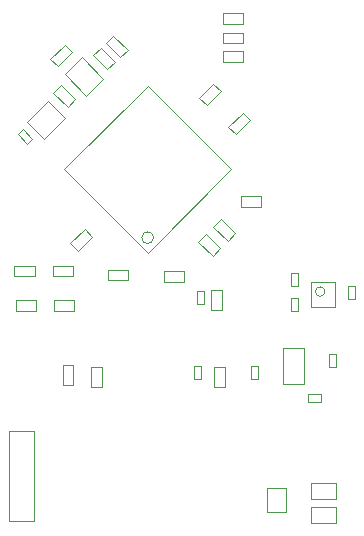
<source format=gbr>
%TF.GenerationSoftware,Altium Limited,Altium Designer,19.1.5 (86)*%
G04 Layer_Color=8388736*
%FSLAX26Y26*%
%MOIN*%
%TF.FileFunction,Other,Assembly_Top*%
%TF.Part,Single*%
G01*
G75*
%TA.AperFunction,NonConductor*%
%ADD47C,0.003937*%
D47*
X2369520Y1284121D02*
G03*
X2369520Y1284121I-19685J0D01*
G01*
X2940591Y1104843D02*
G03*
X2940591Y1104843I-15748J0D01*
G01*
X2349835Y1790788D02*
X2628224Y1512399D01*
X2071447D02*
X2349835Y1234011D01*
X2071447Y1512399D02*
X2349835Y1790788D01*
Y1234011D02*
X2628224Y1512399D01*
X2004780Y1613803D02*
X2074377Y1683400D01*
X1949102Y1669481D02*
X2018699Y1739078D01*
X2074377Y1683400D01*
X1949102Y1669481D02*
X2004780Y1613803D01*
X2072911Y1828400D02*
X2129981Y1885470D01*
X2143900Y1757411D02*
X2200970Y1814481D01*
X2129981Y1885470D02*
X2200970Y1814481D01*
X2072911Y1828400D02*
X2143900Y1757411D01*
X2893347Y1053661D02*
Y1136339D01*
X2976024Y1053661D02*
Y1136339D01*
X2893347D02*
X2976024D01*
X2893347Y1053661D02*
X2976024D01*
X2801732Y794961D02*
X2870630D01*
X2801732Y915039D02*
X2870630D01*
Y794961D02*
Y915039D01*
X2801732Y794961D02*
Y915039D01*
X1888661Y340394D02*
Y639606D01*
X1971339Y340394D02*
Y639606D01*
X1888661Y340394D02*
X1971339D01*
X1888661Y639606D02*
X1971339D01*
X2666890Y1869554D02*
Y1904988D01*
X2599960Y1869554D02*
Y1904988D01*
Y1869554D02*
X2666890D01*
X2599960Y1904988D02*
X2666890D01*
X2572283Y853465D02*
X2607716D01*
X2572283Y786535D02*
X2607716D01*
Y853465D01*
X2572283Y786535D02*
Y853465D01*
X2662417Y1387283D02*
Y1422716D01*
X2729347Y1387283D02*
Y1422716D01*
X2662417D02*
X2729347D01*
X2662417Y1387283D02*
X2729347D01*
X2284802Y1142284D02*
Y1177717D01*
X2217872Y1142284D02*
Y1177717D01*
Y1142284D02*
X2284802D01*
X2217872Y1177717D02*
X2284802D01*
X2405455Y1137283D02*
Y1172716D01*
X2472384Y1137283D02*
Y1172716D01*
X2405455D02*
X2472384D01*
X2405455Y1137283D02*
X2472384D01*
X2162284Y786535D02*
X2197717D01*
X2162284Y853465D02*
X2197717D01*
X2162284Y786535D02*
Y853465D01*
X2197717Y786535D02*
Y853465D01*
X2067284Y791535D02*
X2102717D01*
X2067284Y858465D02*
X2102717D01*
X2067284Y791535D02*
Y858465D01*
X2102717Y791535D02*
Y858465D01*
X2518809Y1271136D02*
X2543864Y1296190D01*
X2566135Y1223809D02*
X2591191Y1248864D01*
X2543864Y1296190D02*
X2591191Y1248864D01*
X2518809Y1271136D02*
X2566135Y1223809D01*
X2562283Y1109685D02*
X2597716D01*
X2562283Y1042756D02*
X2597716D01*
Y1109685D01*
X2562283Y1042756D02*
Y1109685D01*
X1906024Y1155630D02*
Y1191063D01*
X1972953Y1155630D02*
Y1191063D01*
X1906024D02*
X1972953D01*
X1906024Y1155630D02*
X1972953D01*
X1911535Y1040630D02*
Y1076063D01*
X1978465Y1040630D02*
Y1076063D01*
X1911535D02*
X1978465D01*
X1911535Y1040630D02*
X1978465D01*
X2599960Y1997283D02*
Y2032716D01*
X2666890Y1997283D02*
Y2032716D01*
X2599960D02*
X2666890D01*
X2599960Y1997283D02*
X2666890D01*
X2599960Y1932283D02*
Y1967716D01*
X2666890Y1932283D02*
Y1967716D01*
X2599960D02*
X2666890D01*
X2599960Y1932283D02*
X2666890D01*
X2811102Y369055D02*
Y450945D01*
X2748898Y369055D02*
Y450945D01*
X2811102D01*
X2748898Y369055D02*
X2811102D01*
X2033504Y1155630D02*
X2100433D01*
X2033504Y1191063D02*
X2100433D01*
Y1155630D02*
Y1191063D01*
X2033504Y1155630D02*
Y1191063D01*
X2038504Y1040630D02*
X2105433D01*
X2038504Y1076063D02*
X2105433D01*
Y1040630D02*
Y1076063D01*
X2038504Y1040630D02*
Y1076063D01*
X1948900Y1597778D02*
X1965604Y1614481D01*
X1918278Y1628400D02*
X1934981Y1645104D01*
X1918278Y1628400D02*
X1948900Y1597778D01*
X1934981Y1645104D02*
X1965604Y1614481D01*
X2827874Y1166653D02*
X2851496D01*
X2827874Y1123346D02*
X2851496D01*
Y1166653D01*
X2827874Y1123346D02*
Y1166653D01*
Y1038347D02*
X2851496D01*
X2827874Y1081654D02*
X2851496D01*
X2827874Y1038347D02*
Y1081654D01*
X2851496Y1038347D02*
Y1081654D01*
X2926653Y738189D02*
Y761811D01*
X2883346Y738189D02*
Y761811D01*
Y738189D02*
X2926653D01*
X2883346Y761811D02*
X2926653D01*
X3017874Y1078347D02*
X3041496D01*
X3017874Y1121654D02*
X3041496D01*
X3017874Y1078347D02*
Y1121654D01*
X3041496Y1078347D02*
Y1121654D01*
X2953189Y853346D02*
X2976811D01*
X2953189Y896654D02*
X2976811D01*
X2953189Y853346D02*
Y896654D01*
X2976811Y853346D02*
Y896654D01*
X2693543Y856654D02*
X2717165D01*
X2693543Y813346D02*
X2717165D01*
Y856654D01*
X2693543Y813346D02*
Y856654D01*
X2893661Y385591D02*
X2976339D01*
X2893661Y334409D02*
X2976339D01*
X2893661D02*
Y385591D01*
X2976339Y334409D02*
Y385591D01*
X2893661Y465591D02*
X2976339D01*
X2893661Y414409D02*
X2976339D01*
X2893661D02*
Y465591D01*
X2976339Y414409D02*
Y465591D01*
X2503189Y813346D02*
X2526811D01*
X2503189Y856654D02*
X2526811D01*
X2503189Y813346D02*
Y856654D01*
X2526811Y813346D02*
Y856654D01*
X2513829Y1062885D02*
X2537451D01*
X2513829Y1106192D02*
X2537451D01*
X2513829Y1062885D02*
Y1106192D01*
X2537451Y1062885D02*
Y1106192D01*
X2210750Y1932576D02*
X2235805Y1957631D01*
X2258076Y1885250D02*
X2283131Y1910305D01*
X2235805Y1957631D02*
X2283131Y1910305D01*
X2210750Y1932576D02*
X2258076Y1885250D01*
X2569066Y1797766D02*
X2594121Y1772711D01*
X2521740Y1750440D02*
X2546795Y1725385D01*
X2594121Y1772711D01*
X2521740Y1750440D02*
X2569066Y1797766D01*
X2666135Y1701191D02*
X2691191Y1676136D01*
X2618809Y1653864D02*
X2643864Y1628810D01*
X2691191Y1676136D01*
X2618809Y1653864D02*
X2666135Y1701191D01*
X2616136Y1273810D02*
X2641191Y1298864D01*
X2568809Y1321136D02*
X2593865Y1346191D01*
X2568809Y1321136D02*
X2616136Y1273810D01*
X2593865Y1346191D02*
X2641191Y1298864D01*
X2092234Y1265329D02*
X2117289Y1240274D01*
X2139561Y1312655D02*
X2164615Y1287600D01*
X2092234Y1265329D02*
X2139561Y1312655D01*
X2117289Y1240274D02*
X2164615Y1287600D01*
X2035750Y1767576D02*
X2060805Y1792631D01*
X2083076Y1720250D02*
X2108131Y1745305D01*
X2060805Y1792631D02*
X2108131Y1745305D01*
X2035750Y1767576D02*
X2083076Y1720250D01*
X2168662Y1892576D02*
X2193717Y1917631D01*
X2215988Y1845250D02*
X2241043Y1870305D01*
X2193717Y1917631D02*
X2241043Y1870305D01*
X2168662Y1892576D02*
X2215988Y1845250D01*
X2025750Y1880305D02*
X2050805Y1855250D01*
X2073076Y1927631D02*
X2098131Y1902576D01*
X2025750Y1880305D02*
X2073076Y1927631D01*
X2050805Y1855250D02*
X2098131Y1902576D01*
%TF.MD5,bf05bea8331371528e645149581c97af*%
M02*

</source>
